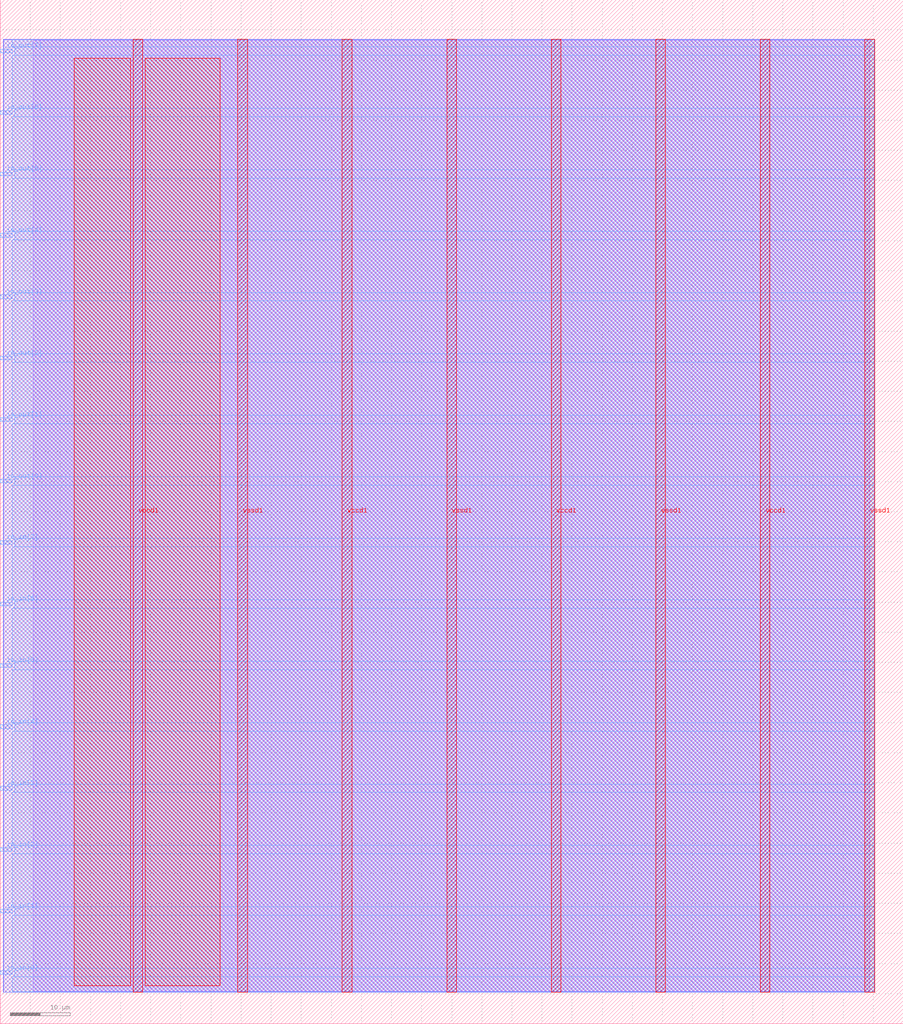
<source format=lef>
VERSION 5.7 ;
  NOWIREEXTENSIONATPIN ON ;
  DIVIDERCHAR "/" ;
  BUSBITCHARS "[]" ;
MACRO afoote_w5s8_tt02_top
  CLASS BLOCK ;
  FOREIGN afoote_w5s8_tt02_top ;
  ORIGIN 0.000 0.000 ;
  SIZE 150.000 BY 170.000 ;
  PIN io_in[0]
    DIRECTION INPUT ;
    USE SIGNAL ;
    PORT
      LAYER met3 ;
        RECT 0.000 8.200 2.000 8.800 ;
    END
  END io_in[0]
  PIN io_in[1]
    DIRECTION INPUT ;
    USE SIGNAL ;
    PORT
      LAYER met3 ;
        RECT 0.000 18.400 2.000 19.000 ;
    END
  END io_in[1]
  PIN io_in[2]
    DIRECTION INPUT ;
    USE SIGNAL ;
    PORT
      LAYER met3 ;
        RECT 0.000 28.600 2.000 29.200 ;
    END
  END io_in[2]
  PIN io_in[3]
    DIRECTION INPUT ;
    USE SIGNAL ;
    PORT
      LAYER met3 ;
        RECT 0.000 38.800 2.000 39.400 ;
    END
  END io_in[3]
  PIN io_in[4]
    DIRECTION INPUT ;
    USE SIGNAL ;
    PORT
      LAYER met3 ;
        RECT 0.000 49.000 2.000 49.600 ;
    END
  END io_in[4]
  PIN io_in[5]
    DIRECTION INPUT ;
    USE SIGNAL ;
    PORT
      LAYER met3 ;
        RECT 0.000 59.200 2.000 59.800 ;
    END
  END io_in[5]
  PIN io_in[6]
    DIRECTION INPUT ;
    USE SIGNAL ;
    PORT
      LAYER met3 ;
        RECT 0.000 69.400 2.000 70.000 ;
    END
  END io_in[6]
  PIN io_in[7]
    DIRECTION INPUT ;
    USE SIGNAL ;
    PORT
      LAYER met3 ;
        RECT 0.000 79.600 2.000 80.200 ;
    END
  END io_in[7]
  PIN io_out[0]
    DIRECTION OUTPUT TRISTATE ;
    USE SIGNAL ;
    PORT
      LAYER met3 ;
        RECT 0.000 89.800 2.000 90.400 ;
    END
  END io_out[0]
  PIN io_out[1]
    DIRECTION OUTPUT TRISTATE ;
    USE SIGNAL ;
    PORT
      LAYER met3 ;
        RECT 0.000 100.000 2.000 100.600 ;
    END
  END io_out[1]
  PIN io_out[2]
    DIRECTION OUTPUT TRISTATE ;
    USE SIGNAL ;
    PORT
      LAYER met3 ;
        RECT 0.000 110.200 2.000 110.800 ;
    END
  END io_out[2]
  PIN io_out[3]
    DIRECTION OUTPUT TRISTATE ;
    USE SIGNAL ;
    PORT
      LAYER met3 ;
        RECT 0.000 120.400 2.000 121.000 ;
    END
  END io_out[3]
  PIN io_out[4]
    DIRECTION OUTPUT TRISTATE ;
    USE SIGNAL ;
    PORT
      LAYER met3 ;
        RECT 0.000 130.600 2.000 131.200 ;
    END
  END io_out[4]
  PIN io_out[5]
    DIRECTION OUTPUT TRISTATE ;
    USE SIGNAL ;
    PORT
      LAYER met3 ;
        RECT 0.000 140.800 2.000 141.400 ;
    END
  END io_out[5]
  PIN io_out[6]
    DIRECTION OUTPUT TRISTATE ;
    USE SIGNAL ;
    PORT
      LAYER met3 ;
        RECT 0.000 151.000 2.000 151.600 ;
    END
  END io_out[6]
  PIN io_out[7]
    DIRECTION OUTPUT TRISTATE ;
    USE SIGNAL ;
    PORT
      LAYER met3 ;
        RECT 0.000 161.200 2.000 161.800 ;
    END
  END io_out[7]
  PIN vccd1
    DIRECTION INOUT ;
    USE POWER ;
    PORT
      LAYER met4 ;
        RECT 22.085 5.200 23.685 163.440 ;
    END
    PORT
      LAYER met4 ;
        RECT 56.815 5.200 58.415 163.440 ;
    END
    PORT
      LAYER met4 ;
        RECT 91.545 5.200 93.145 163.440 ;
    END
    PORT
      LAYER met4 ;
        RECT 126.275 5.200 127.875 163.440 ;
    END
  END vccd1
  PIN vssd1
    DIRECTION INOUT ;
    USE GROUND ;
    PORT
      LAYER met4 ;
        RECT 39.450 5.200 41.050 163.440 ;
    END
    PORT
      LAYER met4 ;
        RECT 74.180 5.200 75.780 163.440 ;
    END
    PORT
      LAYER met4 ;
        RECT 108.910 5.200 110.510 163.440 ;
    END
    PORT
      LAYER met4 ;
        RECT 143.640 5.200 145.240 163.440 ;
    END
  END vssd1
  OBS
      LAYER li1 ;
        RECT 5.520 5.355 144.440 163.285 ;
      LAYER met1 ;
        RECT 0.530 5.200 145.240 163.440 ;
      LAYER met2 ;
        RECT 0.560 5.255 145.210 163.385 ;
      LAYER met3 ;
        RECT 2.000 162.200 145.230 163.365 ;
        RECT 2.400 160.800 145.230 162.200 ;
        RECT 2.000 152.000 145.230 160.800 ;
        RECT 2.400 150.600 145.230 152.000 ;
        RECT 2.000 141.800 145.230 150.600 ;
        RECT 2.400 140.400 145.230 141.800 ;
        RECT 2.000 131.600 145.230 140.400 ;
        RECT 2.400 130.200 145.230 131.600 ;
        RECT 2.000 121.400 145.230 130.200 ;
        RECT 2.400 120.000 145.230 121.400 ;
        RECT 2.000 111.200 145.230 120.000 ;
        RECT 2.400 109.800 145.230 111.200 ;
        RECT 2.000 101.000 145.230 109.800 ;
        RECT 2.400 99.600 145.230 101.000 ;
        RECT 2.000 90.800 145.230 99.600 ;
        RECT 2.400 89.400 145.230 90.800 ;
        RECT 2.000 80.600 145.230 89.400 ;
        RECT 2.400 79.200 145.230 80.600 ;
        RECT 2.000 70.400 145.230 79.200 ;
        RECT 2.400 69.000 145.230 70.400 ;
        RECT 2.000 60.200 145.230 69.000 ;
        RECT 2.400 58.800 145.230 60.200 ;
        RECT 2.000 50.000 145.230 58.800 ;
        RECT 2.400 48.600 145.230 50.000 ;
        RECT 2.000 39.800 145.230 48.600 ;
        RECT 2.400 38.400 145.230 39.800 ;
        RECT 2.000 29.600 145.230 38.400 ;
        RECT 2.400 28.200 145.230 29.600 ;
        RECT 2.000 19.400 145.230 28.200 ;
        RECT 2.400 18.000 145.230 19.400 ;
        RECT 2.000 9.200 145.230 18.000 ;
        RECT 2.400 7.800 145.230 9.200 ;
        RECT 2.000 5.275 145.230 7.800 ;
      LAYER met4 ;
        RECT 12.255 6.295 21.685 160.305 ;
        RECT 24.085 6.295 36.505 160.305 ;
  END
END afoote_w5s8_tt02_top
END LIBRARY


</source>
